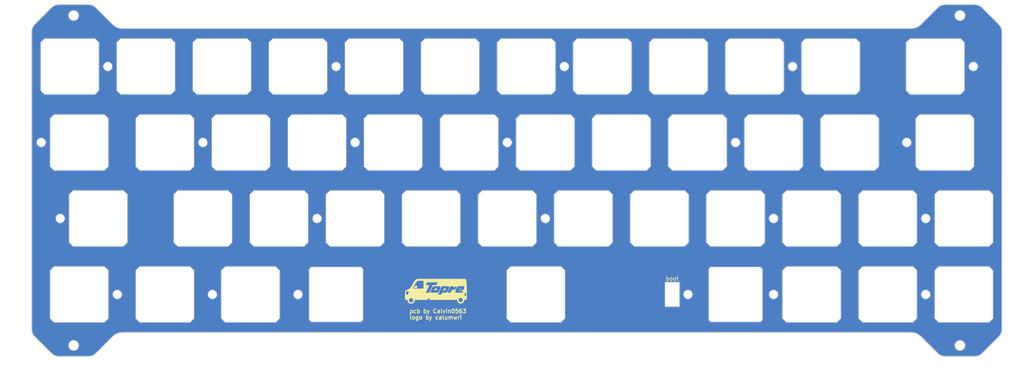
<source format=kicad_pcb>
(kicad_pcb (version 20240108) (generator "pcbnew") (generator_version "8.0")
  (layers (0 "F.Cu" signal) (31 "B.Cu" signal) (34 "B.Paste" user) (35 "F.Paste" user) (36 "B.SilkS" user "B.Silkscreen") (37 "F.SilkS" user "F.Silkscreen") (38 "B.Mask" user) (39 "F.Mask" user) (44 "Edge.Cuts" user))
  (net 0 "")
  (net 1 "GND")
  (footprint "cipulot_parts:ecs_plate_cut_1U" (layer "F.Cu") (at 146.84375 30.95625)
    (property "Reference" "REF**")
    (property "Value" "Value " (hide yes))
    (fp_line (start -7.3 -6) (end -7.3 6) (stroke (width 0.12)) (layer "Edge.Cuts"))
    (fp_line (start -7.3 6) (end -6.3 7) (stroke (width 0.12)) (layer "Edge.Cuts"))
    (fp_line (start -6.3 -7) (end -7.3 -6) (stroke (width 0.12)) (layer "Edge.Cuts"))
    (fp_line (start -6.3 7) (end 6.3 7) (stroke (width 0.12)) (layer "Edge.Cuts"))
    (fp_line (start 6.3 -7) (end -6.3 -7) (stroke (width 0.12)) (layer "Edge.Cuts"))
    (fp_line (start 6.3 -7) (end 7.3 -6) (stroke (width 0.12)) (layer "Edge.Cuts"))
    (fp_line (start 6.3 7) (end 7.3 6) (stroke (width 0.12)) (layer "Edge.Cuts"))
    (fp_line (start 7.3 6) (end 7.3 -6) (stroke (width 0.12)) (layer "Edge.Cuts"))
  )
  (footprint "cipulot_parts:ecs_plate_cut_1U" (layer "F.Cu") (at 56.35625 88.10625)
    (property "Reference" "REF**")
    (property "Value" "Value " (hide yes))
    (fp_line (start -7.3 -6) (end -7.3 6) (stroke (width 0.12)) (layer "Edge.Cuts"))
    (fp_line (start -7.3 6) (end -6.3 7) (stroke (width 0.12)) (layer "Edge.Cuts"))
    (fp_line (start -6.3 -7) (end -7.3 -6) (stroke (width 0.12)) (layer "Edge.Cuts"))
    (fp_line (start -6.3 7) (end 6.3 7) (stroke (width 0.12)) (layer "Edge.Cuts"))
    (fp_line (start 6.3 -7) (end -6.3 -7) (stroke (width 0.12)) (layer "Edge.Cuts"))
    (fp_line (start 6.3 -7) (end 7.3 -6) (stroke (width 0.12)) (layer "Edge.Cuts"))
    (fp_line (start 6.3 7) (end 7.3 6) (stroke (width 0.12)) (layer "Edge.Cuts"))
    (fp_line (start 7.3 6) (end 7.3 -6) (stroke (width 0.12)) (layer "Edge.Cuts"))
  )
  (footprint "cipulot_parts:ecs_plate_cut_1U" (layer "F.Cu") (at 34.925 88.10625)
    (property "Reference" "REF**")
    (property "Value" "Value " (hide yes))
    (fp_line (start -7.3 -6) (end -7.3 6) (stroke (width 0.12)) (layer "Edge.Cuts"))
    (fp_line (start -7.3 6) (end -6.3 7) (stroke (width 0.12)) (layer "Edge.Cuts"))
    (fp_line (start -6.3 -7) (end -7.3 -6) (stroke (width 0.12)) (layer "Edge.Cuts"))
    (fp_line (start -6.3 7) (end 6.3 7) (stroke (width 0.12)) (layer "Edge.Cuts"))
    (fp_line (start 6.3 -7) (end -6.3 -7) (stroke (width 0.12)) (layer "Edge.Cuts"))
    (fp_line (start 6.3 -7) (end 7.3 -6) (stroke (width 0.12)) (layer "Edge.Cuts"))
    (fp_line (start 6.3 7) (end 7.3 6) (stroke (width 0.12)) (layer "Edge.Cuts"))
    (fp_line (start 7.3 6) (end 7.3 -6) (stroke (width 0.12)) (layer "Edge.Cuts"))
  )
  (footprint "cipulot_parts:ecs_plate_cut_1U" (layer "F.Cu") (at 113.50625 50.00625)
    (property "Reference" "REF**")
    (property "Value" "Value " (hide yes))
    (fp_line (start -7.3 -6) (end -7.3 6) (stroke (width 0.12)) (layer "Edge.Cuts"))
    (fp_line (start -7.3 6) (end -6.3 7) (stroke (width 0.12)) (layer "Edge.Cuts"))
    (fp_line (start -6.3 -7) (end -7.3 -6) (stroke (width 0.12)) (layer "Edge.Cuts"))
    (fp_line (start -6.3 7) (end 6.3 7) (stroke (width 0.12)) (layer "Edge.Cuts"))
    (fp_line (start 6.3 -7) (end -6.3 -7) (stroke (width 0.12)) (layer "Edge.Cuts"))
    (fp_line (start 6.3 -7) (end 7.3 -6) (stroke (width 0.12)) (layer "Edge.Cuts"))
    (fp_line (start 6.3 7) (end 7.3 6) (stroke (width 0.12)) (layer "Edge.Cuts"))
    (fp_line (start 7.3 6) (end 7.3 -6) (stroke (width 0.12)) (layer "Edge.Cuts"))
  )
  (footprint "cipulot_parts:ecs_plate_cut_1U" (layer "F.Cu") (at 180.18125 69.05625)
    (property "Reference" "REF**")
    (property "Value" "Value " (hide yes))
    (fp_line (start -7.3 -6) (end -7.3 6) (stroke (width 0.12)) (layer "Edge.Cuts"))
    (fp_line (start -7.3 6) (end -6.3 7) (stroke (width 0.12)) (layer "Edge.Cuts"))
    (fp_line (start -6.3 -7) (end -7.3 -6) (stroke (width 0.12)) (layer "Edge.Cuts"))
    (fp_line (start -6.3 7) (end 6.3 7) (stroke (width 0.12)) (layer "Edge.Cuts"))
    (fp_line (start 6.3 -7) (end -6.3 -7) (stroke (width 0.12)) (layer "Edge.Cuts"))
    (fp_line (start 6.3 -7) (end 7.3 -6) (stroke (width 0.12)) (layer "Edge.Cuts"))
    (fp_line (start 6.3 7) (end 7.3 6) (stroke (width 0.12)) (layer "Edge.Cuts"))
    (fp_line (start 7.3 6) (end 7.3 -6) (stroke (width 0.12)) (layer "Edge.Cuts"))
  )
  (footprint "cipulot_parts:ecs_plate_cut_1U" (layer "F.Cu") (at 94.45625 50.00625)
    (property "Reference" "REF**")
    (property "Value" "Value " (hide yes))
    (fp_line (start -7.3 -6) (end -7.3 6) (stroke (width 0.12)) (layer "Edge.Cuts"))
    (fp_line (start -7.3 6) (end -6.3 7) (stroke (width 0.12)) (layer "Edge.Cuts"))
    (fp_line (start -6.3 -7) (end -7.3 -6) (stroke (width 0.12)) (layer "Edge.Cuts"))
    (fp_line (start -6.3 7) (end 6.3 7) (stroke (width 0.12)) (layer "Edge.Cuts"))
    (fp_line (start 6.3 -7) (end -6.3 -7) (stroke (width 0.12)) (layer "Edge.Cuts"))
    (fp_line (start 6.3 -7) (end 7.3 -6) (stroke (width 0.12)) (layer "Edge.Cuts"))
    (fp_line (start 6.3 7) (end 7.3 6) (stroke (width 0.12)) (layer "Edge.Cuts"))
    (fp_line (start 7.3 6) (end 7.3 -6) (stroke (width 0.12)) (layer "Edge.Cuts"))
  )
  (footprint "cipulot_parts:ecs_plate_cut_1U" (layer "F.Cu") (at 75.40625 50.00625)
    (property "Reference" "REF**")
    (property "Value" "Value " (hide yes))
    (fp_line (start -7.3 -6) (end -7.3 6) (stroke (width 0.12)) (layer "Edge.Cuts"))
    (fp_line (start -7.3 6) (end -6.3 7) (stroke (width 0.12)) (layer "Edge.Cuts"))
    (fp_line (start -6.3 -7) (end -7.3 -6) (stroke (width 0.12)) (layer "Edge.Cuts"))
    (fp_line (start -6.3 7) (end 6.3 7) (stroke (width 0.12)) (layer "Edge.Cuts"))
    (fp_line (start 6.3 -7) (end -6.3 -7) (stroke (width 0.12)) (layer "Edge.Cuts"))
    (fp_line (start 6.3 -7) (end 7.3 -6) (stroke (width 0.12)) (layer "Edge.Cuts"))
    (fp_line (start 6.3 7) (end 7.3 6) (stroke (width 0.12)) (layer "Edge.Cuts"))
    (fp_line (start 7.3 6) (end 7.3 -6) (stroke (width 0.12)) (layer "Edge.Cuts"))
  )
  (footprint "cipulot_parts:ecs_plate_cut_1U" (layer "F.Cu") (at 223.04375 30.95625)
    (property "Reference" "REF**")
    (property "Value" "Value " (hide yes))
    (fp_line (start -7.3 -6) (end -7.3 6) (stroke (width 0.12)) (layer "Edge.Cuts"))
    (fp_line (start -7.3 6) (end -6.3 7) (stroke (width 0.12)) (layer "Edge.Cuts"))
    (fp_line (start -6.3 -7) (end -7.3 -6) (stroke (width 0.12)) (layer "Edge.Cuts"))
    (fp_line (start -6.3 7) (end 6.3 7) (stroke (width 0.12)) (layer "Edge.Cuts"))
    (fp_line (start 6.3 -7) (end -6.3 -7) (stroke (width 0.12)) (layer "Edge.Cuts"))
    (fp_line (start 6.3 -7) (end 7.3 -6) (stroke (width 0.12)) (layer "Edge.Cuts"))
    (fp_line (start 6.3 7) (end 7.3 6) (stroke (width 0.12)) (layer "Edge.Cuts"))
    (fp_line (start 7.3 6) (end 7.3 -6) (stroke (width 0.12)) (layer "Edge.Cuts"))
  )
  (footprint "cipulot_parts:ecs_plate_cut_1U" (layer "F.Cu") (at 251.61875 50.00625)
    (property "Reference" "REF**")
    (property "Value" "Value " (hide yes))
    (fp_line (start -7.3 -6) (end -7.3 6) (stroke (width 0.12)) (layer "Edge.Cuts"))
    (fp_line (start -7.3 6) (end -6.3 7) (stroke (width 0.12)) (layer "Edge.Cuts"))
    (fp_line (start -6.3 -7) (end -7.3 -6) (stroke (width 0.12)) (layer "Edge.Cuts"))
    (fp_line (start -6.3 7) (end 6.3 7) (stroke (width 0.12)) (layer "Edge.Cuts"))
    (fp_line (start 6.3 -7) (end -6.3 -7) (stroke (width 0.12)) (layer "Edge.Cuts"))
    (fp_line (start 6.3 -7) (end 7.3 -6) (stroke (width 0.12)) (layer "Edge.Cuts"))
    (fp_line (start 6.3 7) (end 7.3 6) (stroke (width 0.12)) (layer "Edge.Cuts"))
    (fp_line (start 7.3 6) (end 7.3 -6) (stroke (width 0.12)) (layer "Edge.Cuts"))
  )
  (footprint "cipulot_parts:ecs_plate_cut_1U" (layer "F.Cu") (at 249.2375 30.95625)
    (property "Reference" "REF**")
    (property "Value" "Value " (hide yes))
    (fp_line (start -7.3 -6) (end -7.3 6) (stroke (width 0.12)) (layer "Edge.Cuts"))
    (fp_line (start -7.3 6) (end -6.3 7) (stroke (width 0.12)) (layer "Edge.Cuts"))
    (fp_line (start -6.3 -7) (end -7.3 -6) (stroke (width 0.12)) (layer "Edge.Cuts"))
    (fp_line (start -6.3 7) (end 6.3 7) (stroke (width 0.12)) (layer "Edge.Cuts"))
    (fp_line (start 6.3 -7) (end -6.3 -7) (stroke (width 0.12)) (layer "Edge.Cuts"))
    (fp_line (start 6.3 -7) (end 7.3 -6) (stroke (width 0.12)) (layer "Edge.Cuts"))
    (fp_line (start 6.3 7) (end 7.3 6) (stroke (width 0.12)) (layer "Edge.Cuts"))
    (fp_line (start 7.3 6) (end 7.3 -6) (stroke (width 0.12)) (layer "Edge.Cuts"))
  )
  (footprint "cipulot_parts:ecs_plate_cut_1U" (layer "F.Cu") (at 127.79375 30.95625)
    (property "Reference" "REF**")
    (property "Value" "Value " (hide yes))
    (fp_line (start -7.3 -6) (end -7.3 6) (stroke (width 0.12)) (layer "Edge.Cuts"))
    (fp_line (start -7.3 6) (end -6.3 7) (stroke (width 0.12)) (layer "Edge.Cuts"))
    (fp_line (start -6.3 -7) (end -7.3 -6) (stroke (width 0.12)) (layer "Edge.Cuts"))
    (fp_line (start -6.3 7) (end 6.3 7) (stroke (width 0.12)) (layer "Edge.Cuts"))
    (fp_line (start 6.3 -7) (end -6.3 -7) (stroke (width 0.12)) (layer "Edge.Cuts"))
    (fp_line (start 6.3 -7) (end 7.3 -6) (stroke (width 0.12)) (layer "Edge.Cuts"))
    (fp_line (start 6.3 7) (end 7.3 6) (stroke (width 0.12)) (layer "Edge.Cuts"))
    (fp_line (start 7.3 6) (end 7.3 -6) (stroke (width 0.12)) (layer "Edge.Cuts"))
  )
  (footprint "LOGO" (layer "F.Cu") (at 123.825 87.3125)
    (property "Reference" "G***" (hide yes))
    (property "Value" "LOGO" (hide yes))
  )
  (footprint "cipulot_parts:ecs_plate_cut_1U" (layer "F.Cu") (at 208.75625 50.00625)
    (property "Reference" "REF**")
    (property "Value" "Value " (hide yes))
    (fp_line (start -7.3 -6) (end -7.3 6) (stroke (width 0.12)) (layer "Edge.Cuts"))
    (fp_line (start -7.3 6) (end -6.3 7) (stroke (width 0.12)) (layer "Edge.Cuts"))
    (fp_line (start -6.3 -7) (end -7.3 -6) (stroke (width 0.12)) (layer "Edge.Cuts"))
    (fp_line (start -6.3 7) (end 6.3 7) (stroke (width 0.12)) (layer "Edge.Cuts"))
    (fp_line (start 6.3 -7) (end -6.3 -7) (stroke (width 0.12)) (layer "Edge.Cuts"))
    (fp_line (start 6.3 -7) (end 7.3 -6) (stroke (width 0.12)) (layer "Edge.Cuts"))
    (fp_line (start 6.3 7) (end 7.3 6) (stroke (width 0.12)) (layer "Edge.Cuts"))
    (fp_line (start 7.3 6) (end 7.3 -6) (stroke (width 0.12)) (layer "Edge.Cuts"))
  )
  (footprint "cipulot_parts:ecs_plate_cut_1U" (layer "F.Cu") (at 84.93125 69.05625)
    (property "Reference" "REF**")
    (property "Value" "Value " (hide yes))
    (fp_line (start -7.3 -6) (end -7.3 6) (stroke (width 0.12)) (layer "Edge.Cuts"))
    (fp_line (start -7.3 6) (end -6.3 7) (stroke (width 0.12)) (layer "Edge.Cuts"))
    (fp_line (start -6.3 -7) (end -7.3 -6) (stroke (width 0.12)) (layer "Edge.Cuts"))
    (fp_line (start -6.3 7) (end 6.3 7) (stroke (width 0.12)) (layer "Edge.Cuts"))
    (fp_line (start 6.3 -7) (end -6.3 -7) (stroke (width 0.12)) (layer "Edge.Cuts"))
    (fp_line (start 6.3 -7) (end 7.3 -6) (stroke (width 0.12)) (layer "Edge.Cuts"))
    (fp_line (start 6.3 7) (end 7.3 6) (stroke (width 0.12)) (layer "Edge.Cuts"))
    (fp_line (start 7.3 6) (end 7.3 -6) (stroke (width 0.12)) (layer "Edge.Cuts"))
  )
  (footprint "cipulot_parts:ecs_plate_cut_1U" (layer "F.Cu") (at 39.6875 69.05625)
    (property "Reference" "REF**")
    (property "Value" "Value " (hide yes))
    (fp_line (start -7.3 -6) (end -7.3 6) (stroke (width 0.12)) (layer "Edge.Cuts"))
    (fp_line (start -7.3 6) (end -6.3 7) (stroke (width 0.12)) (layer "Edge.Cuts"))
    (fp_line (start -6.3 -7) (end -7.3 -6) (stroke (width 0.12)) (layer "Edge.Cuts"))
    (fp_line (start -6.3 7) (end 6.3 7) (stroke (width 0.12)) (layer "Edge.Cuts"))
    (fp_line (start 6.3 -7) (end -6.3 -7) (stroke (width 0.12)) (layer "Edge.Cuts"))
    (fp_line (start 6.3 -7) (end 7.3 -6) (stroke (width 0.12)) (layer "Edge.Cuts"))
    (fp_line (start 6.3 7) (end 7.3 6) (stroke (width 0.12)) (layer "Edge.Cuts"))
    (fp_line (start 7.3 6) (end 7.3 -6) (stroke (width 0.12)) (layer "Edge.Cuts"))
  )
  (footprint "cipulot_parts:ecs_plate_cut_1U" (layer "F.Cu") (at 199.23125 69.05625)
    (property "Reference" "REF**")
    (property "Value" "Value " (hide yes))
    (fp_line (start -7.3 -6) (end -7.3 6) (stroke (width 0.12)) (layer "Edge.Cuts"))
    (fp_line (start -7.3 6) (end -6.3 7) (stroke (width 0.12)) (layer "Edge.Cuts"))
    (fp_line (start -6.3 -7) (end -7.3 -6) (stroke (width 0.12)) (layer "Edge.Cuts"))
    (fp_line (start -6.3 7) (end 6.3 7) (stroke (width 0.12)) (layer "Edge.Cuts"))
    (fp_line (start 6.3 -7) (end -6.3 -7) (stroke (width 0.12)) (layer "Edge.Cuts"))
    (fp_line (start 6.3 -7) (end 7.3 -6) (stroke (width 0.12)) (layer "Edge.Cuts"))
    (fp_line (start 6.3 7) (end 7.3 6) (stroke (width 0.12)) (layer "Edge.Cuts"))
    (fp_line (start 7.3 6) (end 7.3 -6) (stroke (width 0.12)) (layer "Edge.Cuts"))
  )
  (footprint "cipulot_parts:ecs_plate_cut_1U" (layer "F.Cu") (at 149.225 88.10625)
    (property "Reference" "REF**")
    (property "Value" "Value " (hide yes))
    (fp_line (start -7.3 -6) (end -7.3 6) (stroke (width 0.12)) (layer "Edge.Cuts"))
    (fp_line (start -7.3 6) (end -6.3 7) (stroke (width 0.12)) (layer "Edge.Cuts"))
    (fp_line (start -6.3 -7) (end -7.3 -6) (stroke (width 0.12)) (layer "Edge.Cuts"))
    (fp_line (start -6.3 7) (end 6.3 7) (stroke (width 0.12)) (layer "Edge.Cuts"))
    (fp_line (start 6.3 -7) (end -6.3 -7) (stroke (width 0.12)) (layer "Edge.Cuts"))
    (fp_line (start 6.3 -7) (end 7.3 -6) (stroke (width 0.12)) (layer "Edge.Cuts"))
    (fp_line (start 6.3 7) (end 7.3 6) (stroke (width 0.12)) (layer "Edge.Cuts"))
    (fp_line (start 7.3 6) (end 7.3 -6) (stroke (width 0.12)) (layer "Edge.Cuts"))
  )
  (footprint "cipulot_parts:ecs_plate_cut_1U" (layer "F.Cu") (at 189.70625 50.00625)
    (property "Reference" "REF**")
    (property "Value" "Value " (hide yes))
    (fp_line (start -7.3 -6) (end -7.3 6) (stroke (width 0.12)) (layer "Edge.Cuts"))
    (fp_line (start -7.3 6) (end -6.3 7) (stroke (width 0.12)) (layer "Edge.Cuts"))
    (fp_line (start -6.3 -7) (end -7.3 -6) (stroke (width 0.12)) (layer "Edge.Cuts"))
    (fp_line (start -6.3 7) (end 6.3 7) (stroke (width 0.12)) (layer "Edge.Cuts"))
    (fp_line (start 6.3 -7) (end -6.3 -7) (stroke (width 0.12)) (layer "Edge.Cuts"))
    (fp_line (start 6.3 -7) (end 7.3 -6) (stroke (width 0.12)) (layer "Edge.Cuts"))
    (fp_line (start 6.3 7) (end 7.3 6) (stroke (width 0.12)) (layer "Edge.Cuts"))
    (fp_line (start 7.3 6) (end 7.3 -6) (stroke (width 0.12)) (layer "Edge.Cuts"))
  )
  (footprint "cipulot_parts:ecs_plate_cut_1U" (layer "F.Cu") (at 34.925 50.00625)
    (property "Reference" "REF**")
    (property "Value" "Value " (hide yes))
    (fp_line (start -7.3 -6) (end -7.3 6) (stroke (width 0.12)) (layer "Edge.Cuts"))
    (fp_line (start -7.3 6) (end -6.3 7) (stroke (width 0.12)) (layer "Edge.Cuts"))
    (fp_line (start -6.3 -7) (end -7.3 -6) (stroke (width 0.12)) (layer "Edge.Cuts"))
    (fp_line (start -6.3 7) (end 6.3 7) (stroke (width 0.12)) (layer "Edge.Cuts"))
    (fp_line (start 6.3 -7) (end -6.3 -7) (stroke (width 0.12)) (layer "Edge.Cuts"))
    (fp_line (start 6.3 -7) (end 7.3 -6) (stroke (width 0.12)) (layer "Edge.Cuts"))
    (fp_line (start 6.3 7) (end 7.3 6) (stroke (width 0.12)) (layer "Edge.Cuts"))
    (fp_line (start 7.3 6) (end 7.3 -6) (stroke (width 0.12)) (layer "Edge.Cuts"))
  )
  (footprint "cipulot_parts:ecs_plate_cut_1U" (layer "F.Cu") (at 56.35625 50.00625)
    (property "Reference" "REF**")
    (property "Value" "Value " (hide yes))
    (fp_line (start -7.3 -6) (end -7.3 6) (stroke (width 0.12)) (layer "Edge.Cuts"))
    (fp_line (start -7.3 6) (end -6.3 7) (stroke (width 0.12)) (layer "Edge.Cuts"))
    (fp_line (start -6.3 -7) (end -7.3 -6) (stroke (width 0.12)) (layer "Edge.Cuts"))
    (fp_line (start -6.3 7) (end 6.3 7) (stroke (width 0.12)) (layer "Edge.Cuts"))
    (fp_line (start 6.3 -7) (end -6.3 -7) (stroke (width 0.12)) (layer "Edge.Cuts"))
    (fp_line (start 6.3 -7) (end 7.3 -6) (stroke (width 0.12)) (layer "Edge.Cuts"))
    (fp_line (start 6.3 7) (end 7.3 6) (stroke (width 0.12)) (layer "Edge.Cuts"))
    (fp_line (start 7.3 6) (end 7.3 -6) (stroke (width 0.12)) (layer "Edge.Cuts"))
  )
  (footprint "cipulot_parts:ecs_plate_cut_1U" (layer "F.Cu") (at 256.38125 88.10625)
    (property "Reference" "REF**")
    (property "Value" "Value " (hide yes))
    (fp_line (start -7.3 -6) (end -7.3 6) (stroke (width 0.12)) (layer "Edge.Cuts"))
    (fp_line (start -7.3 6) (end -6.3 7) (stroke (width 0.12)) (layer "Edge.Cuts"))
    (fp_line (start -6.3 -7) (end -7.3 -6) (stroke (width 0.12)) (layer "Edge.Cuts"))
    (fp_line (start -6.3 7) (end 6.3 7) (stroke (width 0.12)) (layer "Edge.Cuts"))
    (fp_line (start 6.3 -7) (end -6.3 -7) (stroke (width 0.12)) (layer "Edge.Cuts"))
    (fp_line (start 6.3 -7) (end 7.3 -6) (stroke (width 0.12)) (layer "Edge.Cuts"))
    (fp_line (start 6.3 7) (end 7.3 6) (stroke (width 0.12)) (layer "Edge.Cuts"))
    (fp_line (start 7.3 6) (end 7.3 -6) (stroke (width 0.12)) (layer "Edge.Cuts"))
  )
  (footprint "cipulot_parts:ecs_plate_cut_1U" (layer "F.Cu") (at 123.03125 69.05625)
    (property "Reference" "REF**")
    (property "Value" "Value " (hide yes))
    (fp_line (start -7.3 -6) (end -7.3 6) (stroke (width 0.12)) (layer "Edge.Cuts"))
    (fp_line (start -7.3 6) (end -6.3 7) (stroke (width 0.12)) (layer "Edge.Cuts"))
    (fp_line (start -6.3 -7) (end -7.3 -6) (stroke (width 0.12)) (layer "Edge.Cuts"))
    (fp_line (start -6.3 7) (end 6.3 7) (stroke (width 0.12)) (layer "Edge.Cuts"))
    (fp_line (start 6.3 -7) (end -6.3 -7) (stroke (width 0.12)) (layer "Edge.Cuts"))
    (fp_line (start 6.3 -7) (end 7.3 -6) (stroke (width 0.12)) (layer "Edge.Cuts"))
    (fp_line (start 6.3 7) (end 7.3 6) (stroke (width 0.12)) (layer "Edge.Cuts"))
    (fp_line (start 7.3 6) (end 7.3 -6) (stroke (width 0.12)) (layer "Edge.Cuts"))
  )
  (footprint "cipulot_parts:ecs_plate_cut_1U" (layer "F.Cu") (at 32.54375 30.95625)
    (property "Reference" "REF**")
    (property "Value" "Value " (hide yes))
    (fp_line (start -7.3 -6) (end -7.3 6) (stroke (width 0.12)) (layer "Edge.Cuts"))
    (fp_line (start -7.3 6) (end -6.3 7) (stroke (width 0.12)) (layer "Edge.Cuts"))
    (fp_line (start -6.3 -7) (end -7.3 -6) (stroke (width 0.12)) (layer "Edge.Cuts"))
    (fp_line (start -6.3 7) (end 6.3 7) (stroke (width 0.12)) (layer "Edge.Cuts"))
    (fp_line (start 6.3 -7) (end -6.3 -7) (stroke (width 0.12)) (layer "Edge.Cuts"))
    (fp_line (start 6.3 -7) (end 7.3 -6) (stroke (width 0.12)) (layer "Edge.Cuts"))
    (fp_line (start 6.3 7) (end 7.3 6) (stroke (width 0.12)) (layer "Edge.Cuts"))
    (fp_line (start 7.3 6) (end 7.3 -6) (stroke (width 0.12)) (layer "Edge.Cuts"))
  )
  (footprint "cipulot_parts:ecs_plate_cut_1U" (layer "F.Cu") (at 161.13125 69.05625)
    (property "Reference" "REF**")
    (property "Value" "Value " (hide yes))
    (fp_line (start -7.3 -6) (end -7.3 6) (stroke (width 0.12)) (layer "Edge.Cuts"))
    (fp_line (start -7.3 6) (end -6.3 7) (stroke (width 0.12)) (layer "Edge.Cuts"))
    (fp_line (start -6.3 -7) (end -7.3 -6) (stroke (width 0.12)) (layer "Edge.Cuts"))
    (fp_line (start -6.3 7) (end 6.3 7) (stroke (width 0.12)) (layer "Edge.Cuts"))
    (fp_line (start 6.3 -7) (end -6.3 -7) (stroke (width 0.12)) (layer "Edge.Cuts"))
    (fp_line (start 6.3 -7) (end 7.3 -6) (stroke (width 0.12)) (layer "Edge.Cuts"))
    (fp_line (start 6.3 7) (end 7.3 6) (stroke (width 0.12)) (layer "Edge.Cuts"))
    (fp_line (start 7.3 6) (end 7.3 -6) (stroke (width 0.12)) (layer "Edge.Cuts"))
  )
  (footprint "cipulot_parts:ecs_plate_cut_1U" (layer "F.Cu") (at 132.55625 50.00625)
    (property "Reference" "REF**")
    (property "Value" "Value " (hide yes))
    (fp_line (start -7.3 -6) (end -7.3 6) (stroke (width 0.12)) (layer "Edge.Cuts"))
    (fp_line (start -7.3 6) (end -6.3 7) (stroke (width 0.12)) (layer "Edge.Cuts"))
    (fp_line (start -6.3 -7) (end -7.3 -6) (stroke (width 0.12)) (layer "Edge.Cuts"))
    (fp_line (start -6.3 7) (end 6.3 7) (stroke (width 0.12)) (layer "Edge.Cuts"))
    (fp_line (start 6.3 -7) (end -6.3 -7) (stroke (width 0.12)) (layer "Edge.Cuts"))
    (fp_line (start 6.3 -7) (end 7.3 -6) (stroke (width 0.12)) (layer "Edge.Cuts"))
    (fp_line (start 6.3 7) (end 7.3 6) (stroke (width 0.12)) (layer "Edge.Cuts"))
    (fp_line (start 7.3 6) (end 7.3 -6) (stroke (width 0.12)) (layer "Edge.Cuts"))
  )
  (footprint "cipulot_parts:ecs_plate_cut_6.25U_space_stab" (layer "F.Cu") (at 149.225 88.10625)
    (property "Reference" "REF**")
    (property "Value" "Value " (hide yes))
    (fp_line (start -56.7375 -6.3635) (end -56.7375 6.3635) (stroke (width 0.12)) (layer "Edge.Cuts"))
    (fp_line (start -56.7375 6.3635) (end -56.2305 6.8705) (stroke (width 0.12)) (layer "Edge.Cuts"))
    (fp_line (start -56.2305 -6.8705) (end -56.7375 -6.3635) (stroke (width 0.12)) (layer "Edge.Cuts"))
    (fp_line (start -56.2305 6.8705) (end -43.7825 6.8705) (stroke (width 0.12)) (layer "Edge.Cuts"))
    (fp_line (start -43.7825 -6.8705) (end -56.2305 -6.8705) (stroke (width 0.12)) (layer "Edge.Cuts"))
    (fp_line (start -43.7825 6.8705) (end -43.2755 6.3635) (stroke (width 0.12)) (layer "Edge.Cuts"))
    (fp_line (start -43.2755 -6.3635) (end -43.7825 -6.8705) (stroke (width 0.12)) (layer "Edge.Cuts"))
    (fp_line (start -43.2755 6.3635) (end -43.2755 -6.3635) (stroke (width 0.12)) (layer "Edge.Cuts"))
    (fp_line (start 43.2755 -6.3635) (end 43.2755 6.3635) (stroke (width 0.12)) (layer "Edge.Cuts"))
    (fp_line (start 43.2755 -6.3635) (end 43.7755 -6.8705) (stroke (width 0.12)) (layer "Edge.Cuts"))
    (fp_line (start 43.2755 6.3635) (end 43.7825 6.8705) (stroke (width 0.12)) (layer "Edge.Cuts"))
    (fp_line (start 43.7755 -6.8705) (end 56.2375 -6.8705) (stroke (width 0.12)) (layer "Edge.Cuts"))
    (fp_line (start 43.7825 6.8705) (end 56.2305 6.8705) (stroke (width 0.12)) (layer "Edge.Cuts"))
    (fp_line (start 56.2305 6.8705) (end 56.7375 6.3635) (stroke (width 0.12)) (layer "Edge.Cuts"))
    (fp_line (start 56.2375 -6.8705) (end 56.7375 -6.3635) (stroke (width 0.12)) (layer "Edge.Cuts"))
    (fp_line (start 56.7375 6.3635) (end 56.7375 -6.3635) (stroke (width 0.12)) (layer "Edge.Cuts"))
  )
  (footprint "cipulot_parts:ecs_plate_cut_1U" (layer "F.Cu") (at 65.88125 69.05625)
    (property "Reference" "REF**")
    (property "Value" "Value " (hide yes))
    (fp_line (start -7.3 -6) (end -7.3 6) (stroke (width 0.12)) (layer "Edge.Cuts"))
    (fp_line (start -7.3 6) (end -6.3 7) (stroke (width 0.12)) (layer "Edge.Cuts"))
    (fp_line (start -6.3 -7) (end -7.3 -6) (stroke (width 0.12)) (layer "Edge.Cuts"))
    (fp_line (start -6.3 7) (end 6.3 7) (stroke (width 0.12)) (layer "Edge.Cuts"))
    (fp_line (start 6.3 -7) (end -6.3 -7) (stroke (width 0.12)) (layer "Edge.Cuts"))
    (fp_line (start 6.3 -7) (end 7.3 -6) (stroke (width 0.12)) (layer "Edge.Cuts"))
    (fp_line (start 6.3 7) (end 7.3 6) (stroke (width 0.12)) (layer "Edge.Cuts"))
    (fp_line (start 7.3 6) (end 7.3 -6) (stroke (width 0.12)) (layer "Edge.Cuts"))
  )
  (footprint "cipulot_parts:ecs_plate_cut_1U" (layer "F.Cu") (at 108.74375 30.95625)
    (property "Reference" "REF**")
    (property "Value" "Value " (hide yes))
    (fp_line (start -7.3 -6) (end -7.3 6) (stroke (width 0.12)) (layer "Edge.Cuts"))
    (fp_line (start -7.3 6) (end -6.3 7) (stroke (width 0.12)) (layer "Edge.Cuts"))
    (fp_line (start -6.3 -7) (end -7.3 -6) (stroke (width 0.12)) (layer "Edge.Cuts"))
    (fp_line (start -6.3 7) (end 6.3 7) (stroke (width 0.12)) (layer "Edge.Cuts"))
    (fp_line (start 6.3 -7) (end -6.3 -7) (stroke (width 0.12)) (layer "Edge.Cuts"))
    (fp_line (start 6.3 -7) (end 7.3 -6) (stroke (width 0.12)) (layer "Edge.Cuts"))
    (fp_line (start 6.3 7) (end 7.3 6) (stroke (width 0.12)) (layer "Edge.Cuts"))
    (fp_line (start 7.3 6) (end 7.3 -6) (stroke (width 0.12)) (layer "Edge.Cuts"))
  )
  (footprint "cipulot_parts:ecs_plate_cut_1U" (layer "F.Cu") (at 51.59375 30.95625)
    (property "Reference" "REF**")
    (property "Value" "Value " (hide yes))
    (fp_line (start -7.3 -6) (end -7.3 6) (stroke (width 0.12)) (layer "Edge.Cuts"))
    (fp_line (start -7.3 6) (end -6.3 7) (stroke (width 0.12)) (layer "Edge.Cuts"))
    (fp_line (start -6.3 -7) (end -7.3 -6) (stroke (width 0.12)) (layer "Edge.Cuts"))
    (fp_line (start -6.3 7) (end 6.3 7) (stroke (width 0.12)) (layer "Edge.Cuts"))
    (fp_line (start 6.3 -7) (end -6.3 -7) (stroke (width 0.12)) (layer "Edge.Cuts"))
    (fp_line (start 6.3 -7) (end 7.3 -6) (stroke (width 0.12)) (layer "Edge.Cuts"))
    (fp_line (start 6.3 7) (end 7.3 6) (stroke (width 0.12)) (layer "Edge.Cuts"))
    (fp_line (start 7.3 6) (end 7.3 -6) (stroke (width 0.12)) (layer "Edge.Cuts"))
  )
  (footprint "cipulot_parts:ecs_plate_cut_1U" (layer "F.Cu") (at 237.33125 69.05625)
    (property "Reference" "REF**")
    (property "Value" "Value " (hide yes))
    (fp_line (start -7.3 -6) (end -7.3 6) (stroke (width 0.12)) (layer "Edge.Cuts"))
    (fp_line (start -7.3 6) (end -6.3 7) (stroke (width 0.12)) (layer "Edge.Cuts"))
    (fp_line (start -6.3 -7) (end -7.3 -6) (stroke (width 0.12)) (layer "Edge.Cuts"))
    (fp_line (start -6.3 7) (end 6.3 7) (stroke (width 0.12)) (layer "Edge.Cuts"))
    (fp_line (start 6.3 -7) (end -6.3 -7) (stroke (width 0.12)) (layer "Edge.Cuts"))
    (fp_line (start 6.3 -7) (end 7.3 -6) (stroke (width 0.12)) (layer "Edge.Cuts"))
    (fp_line (start 6.3 7) (end 7.3 6) (stroke (width 0.12)) (layer "Edge.Cuts"))
    (fp_line (start 7.3 6) (end 7.3 -6) (stroke (width 0.12)) (layer "Edge.Cuts"))
  )
  (footprint "cipulot_parts:ecs_plate_cut_1U" (layer "F.Cu") (at 256.38125 69.05625)
    (property "Reference" "REF**")
    (property "Value" "Value " (hide yes))
    (fp_line (start -7.3 -6) (end -7.3 6) (stroke (width 0.12)) (layer "Edge.Cuts"))
    (fp_line (start -7.3 6) (end -6.3 7) (stroke (width 0.12)) (layer "Edge.Cuts"))
    (fp_line (start -6.3 -7) (end -7.3 -6) (stroke (width 0.12)) (layer "Edge.Cuts"))
    (fp_line (start -6.3 7) (end 6.3 7) (stroke (width 0.12)) (layer "Edge.Cuts"))
    (fp_line (start 6.3 -7) (end -6.3 -7) (stroke (width 0.12)) (layer "Edge.Cuts"))
    (fp_line (start 6.3 -7) (end 7.3 -6) (stroke (width 0.12)) (layer "Edge.Cuts"))
    (fp_line (start 6.3 7) (end 7.3 6) (stroke (width 0.12)) (layer "Edge.Cuts"))
    (fp_line (start 7.3 6) (end 7.3 -6) (stroke (width 0.12)) (layer "Edge.Cuts"))
  )
  (footprint "cipulot_parts:ecs_plate_cut_1U" (layer "F.Cu") (at 218.28125 88.10625)
    (property "Reference" "REF**")
    (property "Value" "Value " (hide yes))
    (fp_line (start -7.3 -6) (end -7.3 6) (stroke (width 0.12)) (layer "Edge.Cuts"))
    (fp_line (start -7.3 6) (end -6.3 7) (stroke (width 0.12)) (layer "Edge.Cuts"))
    (fp_line (start -6.3 -7) (end -7.3 -6) (stroke (width 0.12)) (layer "Edge.Cuts"))
    (fp_line (start -6.3 7) (end 6.3 7) (stroke (width 0.12)) (layer "Edge.Cuts"))
    (fp_line (start 6.3 -7) (end -6.3 -7) (stroke (width 0.12)) (layer "Edge.Cuts"))
    (fp_line (start 6.3 -7) (end 7.3 -6) (stroke (width 0.12)) (layer "Edge.Cuts"))
    (fp_line (start 6.3 7) (end 7.3 6) (stroke (width 0.12)) (layer "Edge.Cuts"))
    (fp_line (start 7.3 6) (end 7.3 -6) (stroke (width 0.12)) (layer "Edge.Cuts"))
  )
  (footprint "cipulot_parts:ecs_plate_cut_1U" (layer "F.Cu") (at 103.98125 69.05625)
    (property "Reference" "REF**")
    (property "Value" "Value " (hide yes))
    (fp_line (start -7.3 -6) (end -7.3 6) (stroke (width 0.12)) (layer "Edge.Cuts"))
    (fp_line (start -7.3 6) (end -6.3 7) (stroke (width 0.12)) (layer "Edge.Cuts"))
    (fp_line (start -6.3 -7) (end -7.3 -6) (stroke (width 0.12)) (layer "Edge.Cuts"))
    (fp_line (start -6.3 7) (end 6.3 7) (stroke (width 0.12)) (layer "Edge.Cuts"))
    (fp_line (start 6.3 -7) (end -6.3 -7) (stroke (width 0.12)) (layer "Edge.Cuts"))
    (fp_line (start 6.3 -7) (end 7.3 -6) (stroke (width 0.12)) (layer "Edge.Cuts"))
    (fp_line (start 6.3 7) (end 7.3 6) (stroke (width 0.12)) (layer "Edge.Cuts"))
    (fp_line (start 7.3 6) (end 7.3 -6) (stroke (width 0.12)) (layer "Edge.Cuts"))
  )
  (footprint "cipulot_parts:ecs_plate_cut_1U" (layer "F.Cu") (at 170.65625 50.00625)
    (property "Reference" "REF**")
    (property "Value" "Value " (hide yes))
    (fp_line (start -7.3 -6) (end -7.3 6) (stroke (width 0.12)) (layer "Edge.Cuts"))
    (fp_line (start -7.3 6) (end -6.3 7) (stroke (width 0.12)) (layer "Edge.Cuts"))
    (fp_line (start -6.3 -7) (end -7.3 -6) (stroke (width 0.12)) (layer "Edge.Cuts"))
    (fp_line (start -6.3 7) (end 6.3 7) (stroke (width 0.12)) (layer "Edge.Cuts"))
    (fp_line (start 6.3 -7) (end -6.3 -7) (stroke (width 0.12)) (layer "Edge.Cuts"))
    (fp_line (start 6.3 -7) (end 7.3 -6) (stroke (width 0.12)) (layer "Edge.Cuts"))
    (fp_line (start 6.3 7) (end 7.3 6) (stroke (width 0.12)) (layer "Edge.Cuts"))
    (fp_line (start 7.3 6) (end 7.3 -6) (stroke (width 0.12)) (layer "Edge.Cuts"))
  )
  (footprint "cipulot_parts:ecs_plate_cut_1U" (layer "F.Cu") (at 89.69375 30.95625)
    (property "Reference" "REF**")
    (property "Value" "Value " (hide yes))
    (fp_line (start -7.3 -6) (end -7.3 6) (stroke (width 0.12)) (layer "Edge.Cuts"))
    (fp_line (start -7.3 6) (end -6.3 7) (stroke (width 0.12)) (layer "Edge.Cuts"))
    (fp_line (start -6.3 -7) (end -7.3 -6) (stroke (width 0.12)) (layer "Edge.Cuts"))
    (fp_line (start -6.3 7) (end 6.3 7) (stroke (width 0.12)) (layer "Edge.Cuts"))
    (fp_line (start 6.3 -7) (end -6.3 -7) (stroke (width 0.12)) (layer "Edge.Cuts"))
    (fp_line (start 6.3 -7) (end 7.3 -6) (stroke (width 0.12)) (layer "Edge.Cuts"))
    (fp_line (start 6.3 7) (end 7.3 6) (stroke (width 0.12)) (layer "Edge.Cuts"))
    (fp_line (start 7.3 6) (end 7.3 -6) (stroke (width 0.12)) (layer "Edge.Cuts"))
  )
  (footprint "cipulot_parts:ecs_plate_cut_1U" (layer "F.Cu") (at 77.7875 88.10625)
    (property "Reference" "REF**")
    (property "Value" "Value " (hide yes))
    (fp_line (start -7.3 -6) (end -7.3 6) (stroke (width 0.12)) (layer "Edge.Cuts"))
    (fp_line (start -7.3 6) (end -6.3 7) (stroke (width 0.12)) (layer "Edge.Cuts"))
    (fp_line (start -6.3 -7) (end -7.3 -6) (stroke (width 0.12)) (layer "Edge.Cuts"))
    (fp_line (start -6.3 7) (end 6.3 7) (stroke (width 0.12)) (layer "Edge.Cuts"))
    (fp_line (start 6.3 -7) (end -6.3 -7) (stroke (width 0.12)) (layer "Edge.Cuts"))
    (fp_line (start 6.3 -7) (end 7.3 -6) (stroke (width 0.12)) (layer "Edge.Cuts"))
    (fp_line (start 6.3 7) (end 7.3 6) (stroke (width 0.12)) (layer "Edge.Cuts"))
    (fp_line (start 7.3 6) (end 7.3 -6) (stroke (width 0.12)) (layer "Edge.Cuts"))
  )
  (footprint "cipulot_parts:ecs_plate_cut_1U" (layer "F.Cu") (at 218.28125 69.05625)
    (property "Reference" "REF**")
    (property "Value" "Value " (hide yes))
    (fp_line (start -7.3 -6) (end -7.3 6) (stroke (width 0.12)) (layer "Edge.Cuts"))
    (fp_line (start -7.3 6) (end -6.3 7) (stroke (width 0.12)) (layer "Edge.Cuts"))
    (fp_line (start -6.3 -7) (end -7.3 -6) (stroke (width 0.12)) (layer "Edge.Cuts"))
    (fp_line (start -6.3 7) (end 6.3 7) (stroke (width 0.12)) (layer "Edge.Cuts"))
    (fp_line (start 6.3 -7) (end -6.3 -7) (stroke (width 0.12)) (layer "Edge.Cuts"))
    (fp_line (start 6.3 -7) (end 7.3 -6) (stroke (width 0.12)) (layer "Edge.Cuts"))
    (fp_line (start 6.3 7) (end 7.3 6) (stroke (width 0.12)) (layer "Edge.Cuts"))
    (fp_line (start 7.3 6) (end 7.3 -6) (stroke (width 0.12)) (layer "Edge.Cuts"))
  )
  (footprint "cipulot_parts:ecs_plate_cut_1U" (layer "F.Cu") (at 203.99375 30.95625)
    (property "Reference" "REF**")
    (property "Value" "Value " (hide yes))
    (fp_line (start -7.3 -6) (end -7.3 6) (stroke (width 0.12)) (layer "Edge.Cuts"))
    (fp_line (start -7.3 6) (end -6.3 7) (stroke (width 0.12)) (layer "Edge.Cuts"))
    (fp_line (start -6.3 -7) (end -7.3 -6) (stroke (width 0.12)) (layer "Edge.Cuts"))
    (fp_line (start -6.3 7) (end 6.3 7) (stroke (width 0.12)) (layer "Edge.Cuts"))
    (fp_line (start 6.3 -7) (end -6.3 -7) (stroke (width 0.12)) (layer "Edge.Cuts"))
    (fp_line (start 6.3 -7) (end 7.3 -6) (stroke (width 0.12)) (layer "Edge.Cuts"))
    (fp_line (start 6.3 7) (end 7.3 6) (stroke (width 0.12)) (layer "Edge.Cuts"))
    (fp_line (start 7.3 6) (end 7.3 -6) (stroke (width 0.12)) (layer "Edge.Cuts"))
  )
  (footprint "cipulot_parts:ecs_plate_cut_1U" (layer "F.Cu") (at 142.08125 69.05625)
    (property "Reference" "REF**")
    (property "Value" "Value " (hide yes))
    (fp_line (start -7.3 -6) (end -7.3 6) (stroke (width 0.12)) (layer "Edge.Cuts"))
    (fp_line (start -7.3 6) (end -6.3 7) (stroke (width 0.12)) (layer "Edge.Cuts"))
    (fp_line (start -6.3 -7) (end -7.3 -6) (stroke (width 0.12)) (layer "Edge.Cuts"))
    (fp_line (start -6.3 7) (end 6.3 7) (stroke (width 0.12)) (layer "Edge.Cuts"))
    (fp_line (start 6.3 -7) (end -6.3 -7) (stroke (width 0.12)) (layer "Edge.Cuts"))
    (fp_line (start 6.3 -7) (end 7.3 -6) (stroke (width 0.12)) (layer "Edge.Cuts"))
    (fp_line (start 6.3 7) (end 7.3 6) (stroke (width 0.12)) (layer "Edge.Cuts"))
    (fp_line (start 7.3 6) (end 7.3 -6) (stroke (width 0.12)) (layer "Edge.Cuts"))
  )
  (footprint "cipulot_parts:ecs_plate_cut_1U" (layer "F.Cu") (at 184.94375 30.95625)
    (property "Reference" "REF**")
    (property "Value" "Value " (hide yes))
    (fp_line (start -7.3 -6) (end -7.3 6) (stroke (width 0.12)) (layer "Edge.Cuts"))
    (fp_line (start -7.3 6) (end -6.3 7) (stroke (width 0.12)) (layer "Edge.Cuts"))
    (fp_line (start -6.3 -7) (end -7.3 -6) (stroke (width 0.12)) (layer "Edge.Cuts"))
    (fp_line (start -6.3 7) (end 6.3 7) (stroke (width 0.12)) (layer "Edge.Cuts"))
    (fp_line (start 6.3 -7) (end -6.3 -7) (stroke (width 0.12)) (layer "Edge.Cuts"))
    (fp_line (start 6.3 -7) (end 7.3 -6) (stroke (width 0.12)) (layer "Edge.Cuts"))
    (fp_line (start 6.3 7) (end 7.3 6) (stroke (width 0.12)) (layer "Edge.Cuts"))
    (fp_line (start 7.3 6) (end 7.3 -6) (stroke (width 0.12)) (layer "Edge.Cuts"))
  )
  (footprint "cipulot_parts:ecs_plate_cut_1U" (layer "F.Cu") (at 227.80625 50.00625)
    (property "Reference" "REF**")
    (property "Value" "Value " (hide yes))
    (fp_line (start -7.3 -6) (end -7.3 6) (stroke (width 0.12)) (layer "Edge.Cuts"))
    (fp_line (start -7.3 6) (end -6.3 7) (stroke (width 0.12)) (layer "Edge.Cuts"))
    (fp_line (start -6.3 -7) (end -7.3 -6) (stroke (width 0.12)) (layer "Edge.Cuts"))
    (fp_line (start -6.3 7) (end 6.3 7) (stroke (width 0.12)) (layer "Edge.Cuts"))
    (fp_line (start 6.3 -7) (end -6.3 -7) (stroke (width 0.12)) (layer "Edge.Cuts"))
    (fp_line (start 6.3 -7) (end 7.3 -6) (stroke (width 0.12)) (layer "Edge.Cuts"))
    (fp_line (start 6.3 7) (end 7.3 6) (stroke (width 0.12)) (layer "Edge.Cuts"))
    (fp_line (start 7.3 6) (end 7.3 -6) (stroke (width 0.12)) (layer "Edge.Cuts"))
  )
  (footprint "cipulot_parts:ecs_plate_cut_1U" (layer "F.Cu") (at 70.64375 30.95625)
    (property "Reference" "REF**")
    (property "Value" "Value " (hide yes))
    (fp_line (start -7.3 -6) (end -7.3 6) (stroke (width 0.12)) (layer "Edge.Cuts"))
    (fp_line (start -7.3 6) (end -6.3 7) (stroke (width 0.12)) (layer "Edge.Cuts"))
    (fp_line (start -6.3 -7) (end -7.3 -6) (stroke (width 0.12)) (layer "Edge.Cuts"))
    (fp_line (start -6.3 7) (end 6.3 7) (stroke (width 0.12)) (layer "Edge.Cuts"))
    (fp_line (start 6.3 -7) (end -6.3 -7) (stroke (width 0.12)) (layer "Edge.Cuts"))
    (fp_line (start 6.3 -7) (end 7.3 -6) (stroke (width 0.12)) (layer "Edge.Cuts"))
    (fp_line (start 6.3 7) (end 7.3 6) (stroke (width 0.12)) (layer "Edge.Cuts"))
    (fp_line (start 7.3 6) (end 7.3 -6) (stroke (width 0.12)) (layer "Edge.Cuts"))
  )
  (footprint "cipulot_parts:ecs_plate_cut_1U" (layer "F.Cu") (at 151.60625 50.00625)
    (property "Reference" "REF**")
    (property "Value" "Value " (hide yes))
    (fp_line (start -7.3 -6) (end -7.3 6) (stroke (width 0.12)) (layer "Edge.Cuts"))
    (fp_line (start -7.3 6) (end -6.3 7) (stroke (width 0.12)) (layer "Edge.Cuts"))
    (fp_line (start -6.3 -7) (end -7.3 -6) (stroke (width 0.12)) (layer "Edge.Cuts"))
    (fp_line (start -6.3 7) (end 6.3 7) (stroke (width 0.12)) (layer "Edge.Cuts"))
    (fp_line (start 6.3 -7) (end -6.3 -7) (stroke (width 0.12)) (layer "Edge.Cuts"))
    (fp_line (start 6.3 -7) (end 7.3 -6) (stroke (width 0.12)) (layer "Edge.Cuts"))
    (fp_line (start 6.3 7) (end 7.3 6) (stroke (width 0.12)) (layer "Edge.Cuts"))
    (fp_line (start 7.3 6) (end 7.3 -6) (stroke (width 0.12)) (layer "Edge.Cuts"))
  )
  (footprint "cipulot_parts:ecs_plate_cut_1U" (layer "F.Cu") (at 165.89375 30.95625)
    (property "Reference" "REF**")
    (property "Value" "Value " (hide yes))
    (fp_line (start -7.3 -6) (end -7.3 6) (stroke (width 0.12)) (layer "Edge.Cuts"))
    (fp_line (start -7.3 6) (end -6.3 7) (stroke (width 0.12)) (layer "Edge.Cuts"))
    (fp_line (start -6.3 -7) (end -7.3 -6) (stroke (width 0.12)) (layer "Edge.Cuts"))
    (fp_line (start -6.3 7) (end 6.3 7) (stroke (width 0.12)) (layer "Edge.Cuts"))
    (fp_line (start 6.3 -7) (end -6.3 -7) (stroke (width 0.12)) (layer "Edge.Cuts"))
    (fp_line (start 6.3 -7) (end 7.3 -6) (stroke (width 0.12)) (layer "Edge.Cuts"))
    (fp_line (start 6.3 7) (end 7.3 6) (stroke (width 0.12)) (layer "Edge.Cuts"))
    (fp_line (start 7.3 6) (end 7.3 -6) (stroke (width 0.12)) (layer "Edge.Cuts"))
  )
  (footprint "cipulot_parts:ecs_plate_cut_1U" (layer "F.Cu") (at 237.33125 88.10625)
    (property "Reference" "REF**")
    (property "Value" "Value " (hide yes))
    (fp_line (start -7.3 -6) (end -7.3 6) (stroke (width 0.12)) (layer "Edge.Cuts"))
    (fp_line (start -7.3 6) (end -6.3 7) (stroke (width 0.12)) (layer "Edge.Cuts"))
    (fp_line (start -6.3 -7) (end -7.3 -6) (stroke (width 0.12)) (layer "Edge.Cuts"))
    (fp_line (start -6.3 7) (end 6.3 7) (stroke (width 0.12)) (layer "Edge.Cuts"))
    (fp_line (start 6.3 -7) (end -6.3 -7) (stroke (width 0.12)) (layer "Edge.Cuts"))
    (fp_line (start 6.3 -7) (end 7.3 -6) (stroke (width 0.12)) (layer "Edge.Cuts"))
    (fp_line (start 6.3 7) (end 7.3 6) (stroke (width 0.12)) (layer "Edge.Cuts"))
    (fp_line (start 7.3 6) (end 7.3 -6) (stroke (width 0.12)) (layer "Edge.Cuts"))
  )
  (gr_line (start 45.833878 21.43125) (end 243.091122 21.43125) (stroke (width 0.2)) (layer "Edge.Cuts"))
  (gr_line (start 39.095133 16.214739) (end 43.235261 20.354867) (stroke (width 0.2)) (layer "Edge.Cuts"))
  (gr_arc (start 27.942367 16.214739) (mid 28.8102 15.634872) (end 29.833878 15.43125) (stroke (width 0.2)) (layer "Edge.Cuts"))
  (gr_circle (center 246.85625 69.05625) (end 247.978782 69.05625) (stroke (width 0.1)) (fill none) (layer "Edge.Cuts"))
  (gr_circle (center 242.09375 50.00625) (end 243.216282 50.00625) (stroke (width 0.1)) (fill none) (layer "Edge.Cuts"))
  (gr_rect (start 181.559133 85.023727) (end 185.202687 91.151781) (stroke (width 0.1)) (fill none) (layer "Edge.Cuts"))
  (gr_circle (center 103.98125 50.00625) (end 105.103782 50.00625) (stroke (width 0.1)) (fill none) (layer "Edge.Cuts"))
  (gr_circle (center 151.60625 69.05625) (end 152.728782 69.05625) (stroke (width 0.1)) (fill none) (layer "Edge.Cuts"))
  (gr_line (start 27.942367 102.847761) (end 23.802239 98.707633) (stroke (width 0.2)) (layer "Edge.Cuts"))
  (gr_circle (center 255.406122 18.18125) (end 256.656122 18.18125) (stroke (width 0.2)) (fill none) (layer "Edge.Cuts"))
  (gr_circle (center 25.4 50.00625) (end 26.522532 50.00625) (stroke (width 0.1)) (fill none) (layer "Edge.Cuts"))
  (gr_arc (start 45.833878 21.43125) (mid 44.427517 21.151507) (end 43.235261 20.354867) (stroke (width 0.2)) (layer "Edge.Cuts"))
  (gr_arc (start 29.833878 103.63125) (mid 28.8102 103.427628) (end 27.942367 102.847761) (stroke (width 0.2)) (layer "Edge.Cuts"))
  (gr_circle (center 258.7625 30.95625) (end 259.885032 30.95625) (stroke (width 0.1)) (fill none) (layer "Edge.Cuts"))
  (gr_circle (center 255.406378 100.88125) (end 256.656378 100.88125) (stroke (width 0.2)) (fill none) (layer "Edge.Cuts"))
  (gr_line (start 23.01875 96.816122) (end 23.01875 22.246378) (stroke (width 0.2)) (layer "Edge.Cuts"))
  (gr_arc (start 39.095133 102.847761) (mid 38.2273 103.427629) (end 37.203622 103.63125) (stroke (width 0.2)) (layer "Edge.Cuts"))
  (gr_line (start 37.203622 103.63125) (end 29.833878 103.63125) (stroke (width 0.2)) (layer "Edge.Cuts"))
  (gr_arc (start 37.203622 15.43125) (mid 38.2273 15.634873) (end 39.095133 16.214739) (stroke (width 0.2)) (layer "Edge.Cuts"))
  (gr_line (start 249.829867 102.847761) (end 245.689739 98.707633) (stroke (width 0.2)) (layer "Edge.Cuts"))
  (gr_circle (center 208.75625 69.05625) (end 209.878782 69.05625) (stroke (width 0.1)) (fill none) (layer "Edge.Cuts"))
  (gr_circle (center 42.06875 30.95625) (end 43.191282 30.95625) (stroke (width 0.1)) (fill none) (layer "Edge.Cuts"))
  (gr_circle (center 246.85625 88.10625) (end 247.978782 88.10625) (stroke (width 0.1)) (fill none) (layer "Edge.Cuts"))
  (gr_arc (start 251.721378 103.63125) (mid 250.697694 103.427637) (end 249.829867 102.847761) (stroke (width 0.2)) (layer "Edge.Cuts"))
  (gr_arc (start 265.122761 20.354867) (mid 265.702619 21.222701) (end 265.90625 22.246378) (stroke (width 0.2)) (layer "Edge.Cuts"))
  (gr_circle (center 213.51875 30.95625) (end 214.641282 30.95625) (stroke (width 0.1)) (fill none) (layer "Edge.Cuts"))
  (gr_arc (start 265.90625 96.816122) (mid 265.702637 97.839806) (end 265.122761 98.707633) (stroke (width 0.2)) (layer "Edge.Cuts"))
  (gr_arc (start 245.657711 20.386895) (mid 244.476595 21.160194) (end 243.091122 21.43125) (stroke (width 0.2)) (layer "Edge.Cuts"))
  (gr_circle (center 89.69375 88.10625) (end 90.816282 88.10625) (stroke (width 0.1)) (fill none) (layer "Edge.Cuts"))
  (gr_line (start 245.657711 20.386895) (end 249.829867 16.214739) (stroke (width 0.2)) (layer "Edge.Cuts"))
  (gr_arc (start 259.091122 15.43125) (mid 260.114806 15.634863) (end 260.982633 16.214739) (stroke (width 0.2)) (layer "Edge.Cuts"))
  (gr_line (start 265.90625 22.246378) (end 265.90625 96.816122) (stroke (width 0.2)) (layer "Edge.Cuts"))
  (gr_arc (start 23.01875 22.246378) (mid 23.222372 21.2227) (end 23.802239 20.354867) (stroke (width 0.2)) (layer "Edge.Cuts"))
  (gr_arc (start 23.802239 98.707633) (mid 23.222372 97.8398) (end 23.01875 96.816122) (stroke (width 0.2)) (layer "Edge.Cuts"))
  (gr_circle (center 156.36875 30.95625) (end 157.491282 30.95625) (stroke (width 0.1)) (fill none) (layer "Edge.Cuts"))
  (gr_circle (center 187.325 88.10625) (end 188.447532 88.10625) (stroke (width 0.1)) (fill none) (layer "Edge.Cuts"))
  (gr_circle (center 65.88125 50.00625) (end 67.003782 50.00625) (stroke (width 0.1)) (fill none) (layer "Edge.Cuts"))
  (gr_arc (start 249.829867 16.214739) (mid 250.697701 15.634881) (end 251.721378 15.43125) (stroke (width 0.2)) (layer "Edge.Cuts"))
  (gr_circle (center 94.45625 69.05625) (end 95.578782 69.05625) (stroke (width 0.1)) (fill none) (layer "Edge.Cuts"))
  (gr_circle (center 33.518622 18.18125) (end 34.768622 18.18125) (stroke (width 0.2)) (fill none) (layer "Edge.Cuts"))
  (gr_line (start 43.235261 98.707633) (end 39.095133 102.847761) (stroke (width 0.2)) (layer "Edge.Cuts"))
  (gr_circle (center 30.1625 69.05625) (end 31.285032 69.05625) (stroke (width 0.1)) (fill none) (layer "Edge.Cuts"))
  (gr_circle (center 99.21875 30.95625) (end 100.341282 30.95625) (stroke (width 0.1)) (fill none) (layer "Edge.Cuts"))
  (gr_circle (center 142.08125 50.00625) (end 143.203782 50.00625) (stroke (width 0.1)) (fill none) (layer "Edge.Cuts"))
  (gr_line (start 23.802239 20.354867) (end 27.942367 16.214739) (stroke (width 0.2)) (layer "Edge.Cuts"))
  (gr_circle (center 44.45 88.10625) (end 45.572532 88.10625) (stroke (width 0.1)) (fill none) (layer "Edge.Cuts"))
  (gr_circle (center 68.2625 88.10625) (end 69.385032 88.10625) (stroke (width 0.1)) (fill none) (layer "Edge.Cuts"))
  (gr_circle (center 33.518878 100.88125) (end 34.768878 100.88125) (stroke (width 0.2)) (fill none) (layer "Edge.Cuts"))
  (gr_line (start 29.833878 15.43125) (end 37.203622 15.43125) (stroke (width 0.2)) (layer "Edge.Cuts"))
  (gr_line (start 251.721378 15.43125) (end 259.091122 15.43125) (stroke (width 0.2)) (layer "Edge.Cuts"))
  (gr_circle (center 208.75625 88.10625) (end 209.878782 88.10625) (stroke (width 0.1)) (fill none) (layer "Edge.Cuts"))
  (gr_arc (start 260.982633 102.847761) (mid 260.114799 103.427619) (end 259.091122 103.63125) (stroke (width 0.2)) (layer "Edge.Cuts"))
  (gr_arc (start 43.235261 98.707633) (mid 44.427516 97.910993) (end 45.833878 97.63125) (stroke (width 0.2)) (layer "Edge.Cuts"))
  (gr_circle (center 199.23125 50.00625) (end 200.353782 50.00625) (stroke (width 0.1)) (fill none) (layer "Edge.Cuts"))
  (gr_arc (start 243.091122 97.63125) (mid 244.49749 97.910984) (end 245.689739 98.707633) (stroke (width 0.2)) (layer "Edge.Cuts"))
  (gr_line (start 243.091122 97.63125) (end 45.833878 97.63125) (stroke (width 0.2)) (layer "Edge.Cuts"))
  (gr_line (start 259.091122 103.63125) (end 251.721378 103.63125) (stroke (width 0.2)) (layer "Edge.Cuts"))
  (gr_line (start 260.982633 16.214739) (end 265.122761 20.354867) (stroke (width 0.2)) (layer "Edge.Cuts"))
  (gr_line (start 265.122761 98.707633) (end 260.982633 102.847761) (stroke (width 0.2)) (layer "Edge.Cuts"))
  (gr_text "logo by calumwri\n" (at 117.475 94.45625 0) (layer "F.SilkS") (effects (font (size 1 1) (thickness 0.2) (bold yes)) (justify left bottom)))
  (gr_text "boot" (at 183.35625 84.1375 0) (layer "F.SilkS") (effects (font (size 1 1))))
  (gr_text "pcb by Calvin0563\n" (at 117.475 92.86875 0) (layer "F.SilkS") (effects (font (size 1 1) (thickness 0.2) (bold yes)) (justify left bottom)))
  (zone (net 1) (net_name "GND") (layers "F&B.Cu") (priority 2) (connect_pads (clearance 0.5)) (min_thickness 0.25) (fill yes (thermal_gap 0.5) (thermal_bridge_width 0.5) (island_removal_mode 1) (island_area_min 10))
    (polygon (pts (xy 270.66875 14.2875) (xy 271.4625 108.74375) (xy 15.875 109.5375) (xy 15.08125 14.2875)))
  )
)
</source>
